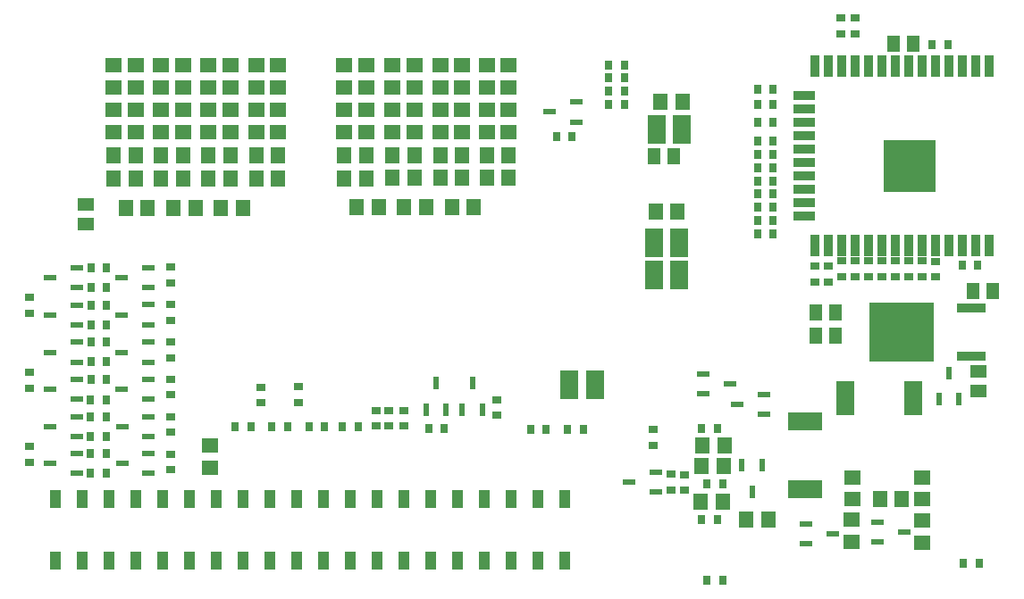
<source format=gbp>
G04*
G04 #@! TF.GenerationSoftware,Altium Limited,Altium Designer,18.0.7 (293)*
G04*
G04 Layer_Color=128*
%FSLAX25Y25*%
%MOIN*%
G70*
G01*
G75*
%ADD21R,0.02756X0.03543*%
%ADD22R,0.03543X0.02756*%
%ADD23R,0.05906X0.05118*%
%ADD24R,0.05906X0.05709*%
%ADD25R,0.05709X0.05906*%
%ADD42R,0.04764X0.02323*%
%ADD47R,0.05118X0.05906*%
%ADD119R,0.04016X0.07008*%
%ADD120R,0.06693X0.12598*%
%ADD121R,0.12598X0.06693*%
%ADD122R,0.06693X0.10600*%
%ADD123R,0.03543X0.07874*%
%ADD124R,0.07874X0.03543*%
%ADD125R,0.19685X0.19685*%
%ADD126R,0.23976X0.22165*%
%ADD127R,0.11142X0.03819*%
%ADD128R,0.02323X0.04764*%
G36*
X495201Y343765D02*
X482737D01*
Y356225D01*
X495201D01*
Y343765D01*
D02*
G37*
G36*
X496654Y293012D02*
X490906D01*
Y298169D01*
X496654D01*
Y293012D01*
D02*
G37*
G36*
X488661D02*
X482913D01*
Y298169D01*
X488661D01*
Y293012D01*
D02*
G37*
G36*
X480669D02*
X474921D01*
Y298169D01*
X480669D01*
Y293012D01*
D02*
G37*
G36*
X496654Y285610D02*
X490906D01*
Y290768D01*
X496654D01*
Y285610D01*
D02*
G37*
G36*
X488661D02*
X482913D01*
Y290768D01*
X488661D01*
Y285610D01*
D02*
G37*
G36*
X480669D02*
X474921D01*
Y290768D01*
X480669D01*
Y285610D01*
D02*
G37*
G36*
X496654Y278209D02*
X490906D01*
Y283366D01*
X496654D01*
Y278209D01*
D02*
G37*
G36*
X488661D02*
X482913D01*
Y283366D01*
X488661D01*
Y278209D01*
D02*
G37*
G36*
X480669D02*
X474921D01*
Y283366D01*
X480669D01*
Y278209D01*
D02*
G37*
D21*
X411221Y217913D02*
D03*
X417126D02*
D03*
X411221Y251969D02*
D03*
X417126D02*
D03*
X437992Y344488D02*
D03*
X432087D02*
D03*
X413189Y231496D02*
D03*
X419095D02*
D03*
X514961Y201772D02*
D03*
X509055D02*
D03*
X432087Y339567D02*
D03*
X437992D02*
D03*
X237205Y252756D02*
D03*
X243110D02*
D03*
X256890D02*
D03*
X250984D02*
D03*
X264764D02*
D03*
X270669D02*
D03*
X283268D02*
D03*
X277362D02*
D03*
X361181Y251575D02*
D03*
X367087D02*
D03*
X353307D02*
D03*
X347402D02*
D03*
X419291Y195472D02*
D03*
X413386D02*
D03*
X432087Y324803D02*
D03*
X437992D02*
D03*
X508465Y313189D02*
D03*
X514370D02*
D03*
X183268Y235236D02*
D03*
X189173D02*
D03*
X183268Y262795D02*
D03*
X189173D02*
D03*
X183465Y290551D02*
D03*
X189370D02*
D03*
X189173Y242717D02*
D03*
X183268D02*
D03*
X189370Y270472D02*
D03*
X183465D02*
D03*
X189370Y298031D02*
D03*
X183465D02*
D03*
X183268Y249016D02*
D03*
X189173D02*
D03*
X183465Y276969D02*
D03*
X189370D02*
D03*
X183465Y304724D02*
D03*
X189370D02*
D03*
X189173Y256496D02*
D03*
X183268D02*
D03*
X189370Y284252D02*
D03*
X183465D02*
D03*
X189370Y312205D02*
D03*
X183465D02*
D03*
X309449Y251969D02*
D03*
X315354D02*
D03*
X432087Y349410D02*
D03*
X437992D02*
D03*
X437992Y378740D02*
D03*
X432087D02*
D03*
X382480Y382874D02*
D03*
X376575D02*
D03*
X437992Y334646D02*
D03*
X432087D02*
D03*
X376575Y387795D02*
D03*
X382480D02*
D03*
X437992Y373031D02*
D03*
X432087D02*
D03*
X382480Y377953D02*
D03*
X376575D02*
D03*
Y373031D02*
D03*
X382480D02*
D03*
X437992Y354331D02*
D03*
X432087D02*
D03*
X437992Y359252D02*
D03*
X432087D02*
D03*
X503150Y395472D02*
D03*
X497244D02*
D03*
X357087Y361024D02*
D03*
X362992D02*
D03*
X432087Y329724D02*
D03*
X437992D02*
D03*
X432087Y366339D02*
D03*
X437992D02*
D03*
D22*
X404921Y228937D02*
D03*
Y234842D02*
D03*
X399803Y229134D02*
D03*
Y235039D02*
D03*
X473622Y314567D02*
D03*
Y308661D02*
D03*
X468504D02*
D03*
Y314567D02*
D03*
X463583D02*
D03*
Y308661D02*
D03*
X498425Y308622D02*
D03*
Y314528D02*
D03*
X483465Y314567D02*
D03*
Y308661D02*
D03*
X478543D02*
D03*
Y314567D02*
D03*
X493504D02*
D03*
Y308661D02*
D03*
X488583D02*
D03*
Y314567D02*
D03*
X463189Y405315D02*
D03*
Y399410D02*
D03*
X468504D02*
D03*
Y405315D02*
D03*
X261024Y267717D02*
D03*
Y261811D02*
D03*
X246850Y261614D02*
D03*
Y267520D02*
D03*
X334842Y262795D02*
D03*
Y256890D02*
D03*
X300394Y258858D02*
D03*
Y252953D02*
D03*
X294685Y258858D02*
D03*
Y252953D02*
D03*
X289764Y258858D02*
D03*
Y252953D02*
D03*
X160433Y245276D02*
D03*
Y239370D02*
D03*
Y273031D02*
D03*
Y267126D02*
D03*
Y300984D02*
D03*
Y295079D02*
D03*
X213189Y236614D02*
D03*
Y242520D02*
D03*
Y264567D02*
D03*
Y270472D02*
D03*
X213189Y292323D02*
D03*
Y298228D02*
D03*
Y250590D02*
D03*
Y256496D02*
D03*
X213189Y278346D02*
D03*
Y284252D02*
D03*
X213189Y306496D02*
D03*
Y312402D02*
D03*
X453543Y312598D02*
D03*
Y306693D02*
D03*
X458465Y312598D02*
D03*
Y306693D02*
D03*
X393307Y245669D02*
D03*
Y251575D02*
D03*
D23*
X181693Y328346D02*
D03*
Y335827D02*
D03*
X514567Y273425D02*
D03*
Y265945D02*
D03*
D24*
X227756Y245669D02*
D03*
Y237402D02*
D03*
X493701Y217717D02*
D03*
Y209449D02*
D03*
X277953Y379527D02*
D03*
Y387795D02*
D03*
X191929Y387795D02*
D03*
Y379528D02*
D03*
X296063Y379528D02*
D03*
Y387795D02*
D03*
X209646Y387795D02*
D03*
Y379528D02*
D03*
X313779Y379527D02*
D03*
Y387795D02*
D03*
X227362Y387795D02*
D03*
Y379528D02*
D03*
X331102Y379527D02*
D03*
Y387795D02*
D03*
X245079Y387795D02*
D03*
Y379528D02*
D03*
X286221Y379528D02*
D03*
Y387795D02*
D03*
X200197Y387795D02*
D03*
Y379528D02*
D03*
X304331Y379528D02*
D03*
Y387795D02*
D03*
X217913Y387795D02*
D03*
Y379528D02*
D03*
X322047Y379527D02*
D03*
Y387795D02*
D03*
X235630Y387795D02*
D03*
Y379528D02*
D03*
X339370Y379527D02*
D03*
Y387795D02*
D03*
X253346Y387795D02*
D03*
Y379528D02*
D03*
X286221Y362795D02*
D03*
Y371063D02*
D03*
X200197Y371063D02*
D03*
Y362795D02*
D03*
X304331Y362795D02*
D03*
Y371063D02*
D03*
X217913Y371063D02*
D03*
Y362795D02*
D03*
X322047Y362795D02*
D03*
Y371063D02*
D03*
X235630Y371063D02*
D03*
Y362795D02*
D03*
X339370Y362795D02*
D03*
Y371063D02*
D03*
X253346Y371063D02*
D03*
Y362795D02*
D03*
X277953Y371063D02*
D03*
Y362795D02*
D03*
X191929Y362795D02*
D03*
Y371063D02*
D03*
X296063Y371063D02*
D03*
Y362795D02*
D03*
X209646Y362795D02*
D03*
Y371063D02*
D03*
X313779Y371063D02*
D03*
Y362795D02*
D03*
X227362Y362795D02*
D03*
Y371063D02*
D03*
X331102Y371063D02*
D03*
Y362795D02*
D03*
X245079Y362795D02*
D03*
Y371063D02*
D03*
X493504Y233858D02*
D03*
Y225590D02*
D03*
X467323Y217913D02*
D03*
Y209646D02*
D03*
X467520Y225590D02*
D03*
Y233858D02*
D03*
D25*
X318110Y334646D02*
D03*
X326378D02*
D03*
X240158Y334449D02*
D03*
X231890D02*
D03*
X196457D02*
D03*
X204724D02*
D03*
X300394Y334646D02*
D03*
X308661D02*
D03*
X222441Y334449D02*
D03*
X214173D02*
D03*
X277953Y354134D02*
D03*
X286221D02*
D03*
X200197Y354134D02*
D03*
X191929D02*
D03*
X296063Y354134D02*
D03*
X304331D02*
D03*
X217913Y354134D02*
D03*
X209646D02*
D03*
X313779Y354134D02*
D03*
X322047D02*
D03*
X235630Y354134D02*
D03*
X227362D02*
D03*
X331102Y354134D02*
D03*
X339370D02*
D03*
X253346Y354134D02*
D03*
X245079D02*
D03*
X402362Y332874D02*
D03*
X394094D02*
D03*
X395866Y374016D02*
D03*
X404134D02*
D03*
X290945Y334646D02*
D03*
X282677D02*
D03*
X411614Y245866D02*
D03*
X419882D02*
D03*
X410827Y224606D02*
D03*
X419095D02*
D03*
X436221Y218110D02*
D03*
X427953D02*
D03*
X419488Y237992D02*
D03*
X411221D02*
D03*
X486024Y225590D02*
D03*
X477756D02*
D03*
X277953Y345276D02*
D03*
X286221D02*
D03*
X304331Y345669D02*
D03*
X296063D02*
D03*
X313779D02*
D03*
X322047D02*
D03*
X339370D02*
D03*
X331102D02*
D03*
X191929Y345472D02*
D03*
X200197D02*
D03*
X217913D02*
D03*
X209646D02*
D03*
X227362D02*
D03*
X235630D02*
D03*
X253346D02*
D03*
X245079D02*
D03*
D42*
X450394Y209055D02*
D03*
Y216535D02*
D03*
X460276Y212795D02*
D03*
X476949Y209646D02*
D03*
Y217126D02*
D03*
X486831Y213386D02*
D03*
X394114Y235827D02*
D03*
Y228346D02*
D03*
X384232Y232087D02*
D03*
X434469Y264764D02*
D03*
Y257283D02*
D03*
X424587Y261024D02*
D03*
X364587Y374016D02*
D03*
Y366535D02*
D03*
X354705Y370276D02*
D03*
X204921Y312205D02*
D03*
Y304724D02*
D03*
X195039Y308465D02*
D03*
X204921Y284252D02*
D03*
Y276772D02*
D03*
X195039Y280512D02*
D03*
X204961Y256496D02*
D03*
Y249016D02*
D03*
X195079Y252756D02*
D03*
X204744Y298228D02*
D03*
Y290748D02*
D03*
X194862Y294488D02*
D03*
X204921Y270472D02*
D03*
Y262992D02*
D03*
X195039Y266732D02*
D03*
X204961Y242717D02*
D03*
Y235236D02*
D03*
X195079Y238976D02*
D03*
X411988Y264961D02*
D03*
Y272441D02*
D03*
X421870Y268701D02*
D03*
X178169Y312205D02*
D03*
Y304724D02*
D03*
X168287Y308465D02*
D03*
X178169Y284252D02*
D03*
Y276772D02*
D03*
X168287Y280512D02*
D03*
X178169Y256496D02*
D03*
Y249016D02*
D03*
X168287Y252756D02*
D03*
X178150Y298031D02*
D03*
Y290551D02*
D03*
X168268Y294291D02*
D03*
X178169Y270472D02*
D03*
Y262992D02*
D03*
X168287Y266732D02*
D03*
X178169Y242717D02*
D03*
Y235236D02*
D03*
X168287Y238976D02*
D03*
D47*
X461221Y295472D02*
D03*
X453740D02*
D03*
X490354Y395669D02*
D03*
X482874D02*
D03*
X400984Y353740D02*
D03*
X393504D02*
D03*
X461221Y286614D02*
D03*
X453740D02*
D03*
X512402Y303346D02*
D03*
X519882D02*
D03*
D119*
X260354Y225673D02*
D03*
X170354D02*
D03*
X180354D02*
D03*
X190354D02*
D03*
X170354Y202673D02*
D03*
X180354D02*
D03*
X200354Y225673D02*
D03*
X210354D02*
D03*
X220354D02*
D03*
X230354D02*
D03*
X240354D02*
D03*
X250354D02*
D03*
X190354Y202673D02*
D03*
X200354D02*
D03*
X210354D02*
D03*
X220354D02*
D03*
X230354D02*
D03*
X240354D02*
D03*
X250354D02*
D03*
X260354D02*
D03*
X270354Y225673D02*
D03*
X280354D02*
D03*
X290354D02*
D03*
X300354D02*
D03*
X310354D02*
D03*
X320354D02*
D03*
X330354D02*
D03*
X340354D02*
D03*
X350354D02*
D03*
X360354D02*
D03*
X270354Y202673D02*
D03*
X280354D02*
D03*
X290354D02*
D03*
X300354D02*
D03*
X310354D02*
D03*
X320354D02*
D03*
X330354D02*
D03*
X340354D02*
D03*
X350354D02*
D03*
X360354D02*
D03*
D120*
X490256Y263386D02*
D03*
X464961D02*
D03*
D121*
X449803Y229331D02*
D03*
Y254626D02*
D03*
D122*
X362008Y268307D02*
D03*
X371457D02*
D03*
X403937Y363779D02*
D03*
X394488D02*
D03*
X402953Y309449D02*
D03*
X393504D02*
D03*
X402953Y321260D02*
D03*
X393504D02*
D03*
D123*
X518504Y387402D02*
D03*
X513504D02*
D03*
X508504D02*
D03*
X503504D02*
D03*
X498504D02*
D03*
X493504D02*
D03*
X488504D02*
D03*
X483504D02*
D03*
X478504D02*
D03*
X473504D02*
D03*
X468504D02*
D03*
X463504D02*
D03*
X458504D02*
D03*
X453504D02*
D03*
Y320472D02*
D03*
X458504D02*
D03*
X463504D02*
D03*
X468504D02*
D03*
X473504D02*
D03*
X478504D02*
D03*
X483504D02*
D03*
X488504D02*
D03*
X493504D02*
D03*
X498504D02*
D03*
X503504D02*
D03*
X508504D02*
D03*
X513504D02*
D03*
X518504D02*
D03*
D124*
X449567Y376437D02*
D03*
Y371437D02*
D03*
Y366437D02*
D03*
Y361437D02*
D03*
Y356437D02*
D03*
Y351437D02*
D03*
Y346437D02*
D03*
Y341437D02*
D03*
Y336437D02*
D03*
Y331437D02*
D03*
D125*
X488976Y350000D02*
D03*
D126*
X485787Y288189D02*
D03*
D127*
X511969Y279173D02*
D03*
Y297205D02*
D03*
D128*
X329528Y259055D02*
D03*
X322047D02*
D03*
X325787Y268937D02*
D03*
X315945Y259035D02*
D03*
X308465D02*
D03*
X312205Y268917D02*
D03*
X507283Y262972D02*
D03*
X499803D02*
D03*
X503543Y272854D02*
D03*
X430118Y228327D02*
D03*
X433858Y238209D02*
D03*
X426378D02*
D03*
M02*

</source>
